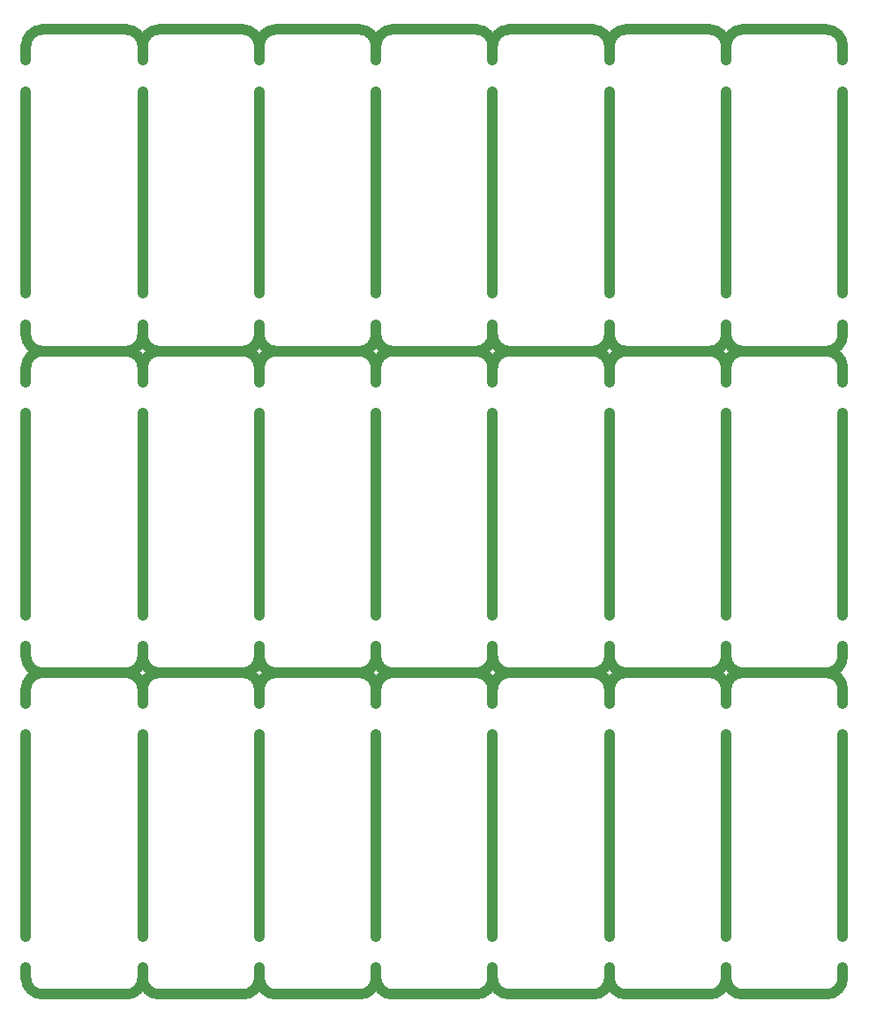
<source format=gbr>
G04 (created by PCBNEW (2013-08-09 BZR 4280)-product) date Fri 09 Aug 2013 07:25:22 PM CEST*
%MOIN*%
G04 Gerber Fmt 3.4, Leading zero omitted, Abs format*
%FSLAX34Y34*%
G01*
G70*
G90*
G04 APERTURE LIST*
%ADD10C,0.005906*%
%ADD11C,0.039370*%
G04 APERTURE END LIST*
G54D10*
G54D11*
X75511Y-58435D02*
G75*
G03X74881Y-59064I0J-629D01*
G74*
G01*
X79291Y-59064D02*
G75*
G03X78661Y-58435I-629J0D01*
G74*
G01*
X78661Y-70580D02*
G75*
G03X79291Y-69950I0J629D01*
G74*
G01*
X74881Y-69950D02*
G75*
G03X75511Y-70580I629J0D01*
G74*
G01*
X74881Y-69576D02*
X74881Y-69950D01*
X79291Y-69576D02*
X79291Y-69950D01*
X75511Y-70580D02*
X78661Y-70580D01*
X74881Y-68395D02*
X74881Y-60777D01*
X79291Y-68395D02*
X79291Y-60777D01*
X79291Y-59596D02*
X79291Y-59064D01*
X78661Y-58435D02*
X75511Y-58435D01*
X74881Y-59596D02*
X74881Y-59064D01*
X75511Y-46289D02*
G75*
G03X74881Y-46919I0J-629D01*
G74*
G01*
X79291Y-46919D02*
G75*
G03X78661Y-46289I-629J0D01*
G74*
G01*
X78661Y-58435D02*
G75*
G03X79291Y-57805I0J629D01*
G74*
G01*
X74881Y-57805D02*
G75*
G03X75511Y-58435I629J0D01*
G74*
G01*
X74881Y-57431D02*
X74881Y-57805D01*
X79291Y-57431D02*
X79291Y-57805D01*
X75511Y-58435D02*
X78661Y-58435D01*
X74881Y-56250D02*
X74881Y-48631D01*
X79291Y-56250D02*
X79291Y-48631D01*
X79291Y-47450D02*
X79291Y-46919D01*
X78661Y-46289D02*
X75511Y-46289D01*
X74881Y-47450D02*
X74881Y-46919D01*
X75511Y-34143D02*
G75*
G03X74881Y-34773I0J-629D01*
G74*
G01*
X79291Y-34773D02*
G75*
G03X78661Y-34143I-629J0D01*
G74*
G01*
X78661Y-46289D02*
G75*
G03X79291Y-45659I0J629D01*
G74*
G01*
X74881Y-45659D02*
G75*
G03X75511Y-46289I629J0D01*
G74*
G01*
X74881Y-45285D02*
X74881Y-45659D01*
X79291Y-45285D02*
X79291Y-45659D01*
X75511Y-46289D02*
X78661Y-46289D01*
X74881Y-44104D02*
X74881Y-36486D01*
X79291Y-44104D02*
X79291Y-36486D01*
X79291Y-35305D02*
X79291Y-34773D01*
X78661Y-34143D02*
X75511Y-34143D01*
X74881Y-35305D02*
X74881Y-34773D01*
X79291Y-35305D02*
X79291Y-34773D01*
X83070Y-34143D02*
X79921Y-34143D01*
X83700Y-35305D02*
X83700Y-34773D01*
X83700Y-44104D02*
X83700Y-36486D01*
X79291Y-44104D02*
X79291Y-36486D01*
X79921Y-46289D02*
X83070Y-46289D01*
X83700Y-45285D02*
X83700Y-45659D01*
X79291Y-45285D02*
X79291Y-45659D01*
X79291Y-45659D02*
G75*
G03X79921Y-46289I629J0D01*
G74*
G01*
X83070Y-46289D02*
G75*
G03X83700Y-45659I0J629D01*
G74*
G01*
X83700Y-34773D02*
G75*
G03X83070Y-34143I-629J0D01*
G74*
G01*
X79921Y-34143D02*
G75*
G03X79291Y-34773I0J-629D01*
G74*
G01*
X79291Y-47450D02*
X79291Y-46919D01*
X83070Y-46289D02*
X79921Y-46289D01*
X83700Y-47450D02*
X83700Y-46919D01*
X83700Y-56250D02*
X83700Y-48631D01*
X79291Y-56250D02*
X79291Y-48631D01*
X79921Y-58435D02*
X83070Y-58435D01*
X83700Y-57431D02*
X83700Y-57805D01*
X79291Y-57431D02*
X79291Y-57805D01*
X79291Y-57805D02*
G75*
G03X79921Y-58435I629J0D01*
G74*
G01*
X83070Y-58435D02*
G75*
G03X83700Y-57805I0J629D01*
G74*
G01*
X83700Y-46919D02*
G75*
G03X83070Y-46289I-629J0D01*
G74*
G01*
X79921Y-46289D02*
G75*
G03X79291Y-46919I0J-629D01*
G74*
G01*
X79291Y-59596D02*
X79291Y-59064D01*
X83070Y-58435D02*
X79921Y-58435D01*
X83700Y-59596D02*
X83700Y-59064D01*
X83700Y-68395D02*
X83700Y-60777D01*
X79291Y-68395D02*
X79291Y-60777D01*
X79921Y-70580D02*
X83070Y-70580D01*
X83700Y-69576D02*
X83700Y-69950D01*
X79291Y-69576D02*
X79291Y-69950D01*
X79291Y-69950D02*
G75*
G03X79921Y-70580I629J0D01*
G74*
G01*
X83070Y-70580D02*
G75*
G03X83700Y-69950I0J629D01*
G74*
G01*
X83700Y-59064D02*
G75*
G03X83070Y-58435I-629J0D01*
G74*
G01*
X79921Y-58435D02*
G75*
G03X79291Y-59064I0J-629D01*
G74*
G01*
X84330Y-58435D02*
G75*
G03X83700Y-59064I0J-629D01*
G74*
G01*
X88110Y-59064D02*
G75*
G03X87480Y-58435I-629J0D01*
G74*
G01*
X87480Y-70580D02*
G75*
G03X88110Y-69950I0J629D01*
G74*
G01*
X83700Y-69950D02*
G75*
G03X84330Y-70580I629J0D01*
G74*
G01*
X83700Y-69576D02*
X83700Y-69950D01*
X88110Y-69576D02*
X88110Y-69950D01*
X84330Y-70580D02*
X87480Y-70580D01*
X83700Y-68395D02*
X83700Y-60777D01*
X88110Y-68395D02*
X88110Y-60777D01*
X88110Y-59596D02*
X88110Y-59064D01*
X87480Y-58435D02*
X84330Y-58435D01*
X83700Y-59596D02*
X83700Y-59064D01*
X84330Y-46289D02*
G75*
G03X83700Y-46919I0J-629D01*
G74*
G01*
X88110Y-46919D02*
G75*
G03X87480Y-46289I-629J0D01*
G74*
G01*
X87480Y-58435D02*
G75*
G03X88110Y-57805I0J629D01*
G74*
G01*
X83700Y-57805D02*
G75*
G03X84330Y-58435I629J0D01*
G74*
G01*
X83700Y-57431D02*
X83700Y-57805D01*
X88110Y-57431D02*
X88110Y-57805D01*
X84330Y-58435D02*
X87480Y-58435D01*
X83700Y-56250D02*
X83700Y-48631D01*
X88110Y-56250D02*
X88110Y-48631D01*
X88110Y-47450D02*
X88110Y-46919D01*
X87480Y-46289D02*
X84330Y-46289D01*
X83700Y-47450D02*
X83700Y-46919D01*
X84330Y-34143D02*
G75*
G03X83700Y-34773I0J-629D01*
G74*
G01*
X88110Y-34773D02*
G75*
G03X87480Y-34143I-629J0D01*
G74*
G01*
X87480Y-46289D02*
G75*
G03X88110Y-45659I0J629D01*
G74*
G01*
X83700Y-45659D02*
G75*
G03X84330Y-46289I629J0D01*
G74*
G01*
X83700Y-45285D02*
X83700Y-45659D01*
X88110Y-45285D02*
X88110Y-45659D01*
X84330Y-46289D02*
X87480Y-46289D01*
X83700Y-44104D02*
X83700Y-36486D01*
X88110Y-44104D02*
X88110Y-36486D01*
X88110Y-35305D02*
X88110Y-34773D01*
X87480Y-34143D02*
X84330Y-34143D01*
X83700Y-35305D02*
X83700Y-34773D01*
X92519Y-35305D02*
X92519Y-34773D01*
X96299Y-34143D02*
X93149Y-34143D01*
X96929Y-35305D02*
X96929Y-34773D01*
X96929Y-44104D02*
X96929Y-36486D01*
X92519Y-44104D02*
X92519Y-36486D01*
X93149Y-46289D02*
X96299Y-46289D01*
X96929Y-45285D02*
X96929Y-45659D01*
X92519Y-45285D02*
X92519Y-45659D01*
X92519Y-45659D02*
G75*
G03X93149Y-46289I629J0D01*
G74*
G01*
X96299Y-46289D02*
G75*
G03X96929Y-45659I0J629D01*
G74*
G01*
X96929Y-34773D02*
G75*
G03X96299Y-34143I-629J0D01*
G74*
G01*
X93149Y-34143D02*
G75*
G03X92519Y-34773I0J-629D01*
G74*
G01*
X92519Y-47450D02*
X92519Y-46919D01*
X96299Y-46289D02*
X93149Y-46289D01*
X96929Y-47450D02*
X96929Y-46919D01*
X96929Y-56250D02*
X96929Y-48631D01*
X92519Y-56250D02*
X92519Y-48631D01*
X93149Y-58435D02*
X96299Y-58435D01*
X96929Y-57431D02*
X96929Y-57805D01*
X92519Y-57431D02*
X92519Y-57805D01*
X92519Y-57805D02*
G75*
G03X93149Y-58435I629J0D01*
G74*
G01*
X96299Y-58435D02*
G75*
G03X96929Y-57805I0J629D01*
G74*
G01*
X96929Y-46919D02*
G75*
G03X96299Y-46289I-629J0D01*
G74*
G01*
X93149Y-46289D02*
G75*
G03X92519Y-46919I0J-629D01*
G74*
G01*
X92519Y-59596D02*
X92519Y-59064D01*
X96299Y-58435D02*
X93149Y-58435D01*
X96929Y-59596D02*
X96929Y-59064D01*
X96929Y-68395D02*
X96929Y-60777D01*
X92519Y-68395D02*
X92519Y-60777D01*
X93149Y-70580D02*
X96299Y-70580D01*
X96929Y-69576D02*
X96929Y-69950D01*
X92519Y-69576D02*
X92519Y-69950D01*
X92519Y-69950D02*
G75*
G03X93149Y-70580I629J0D01*
G74*
G01*
X96299Y-70580D02*
G75*
G03X96929Y-69950I0J629D01*
G74*
G01*
X96929Y-59064D02*
G75*
G03X96299Y-58435I-629J0D01*
G74*
G01*
X93149Y-58435D02*
G75*
G03X92519Y-59064I0J-629D01*
G74*
G01*
X88740Y-58435D02*
G75*
G03X88110Y-59064I0J-629D01*
G74*
G01*
X92519Y-59064D02*
G75*
G03X91889Y-58435I-629J0D01*
G74*
G01*
X91889Y-70580D02*
G75*
G03X92519Y-69950I0J629D01*
G74*
G01*
X88110Y-69950D02*
G75*
G03X88740Y-70580I629J0D01*
G74*
G01*
X88110Y-69576D02*
X88110Y-69950D01*
X92519Y-69576D02*
X92519Y-69950D01*
X88740Y-70580D02*
X91889Y-70580D01*
X88110Y-68395D02*
X88110Y-60777D01*
X92519Y-68395D02*
X92519Y-60777D01*
X92519Y-59596D02*
X92519Y-59064D01*
X91889Y-58435D02*
X88740Y-58435D01*
X88110Y-59596D02*
X88110Y-59064D01*
X88740Y-46289D02*
G75*
G03X88110Y-46919I0J-629D01*
G74*
G01*
X92519Y-46919D02*
G75*
G03X91889Y-46289I-629J0D01*
G74*
G01*
X91889Y-58435D02*
G75*
G03X92519Y-57805I0J629D01*
G74*
G01*
X88110Y-57805D02*
G75*
G03X88740Y-58435I629J0D01*
G74*
G01*
X88110Y-57431D02*
X88110Y-57805D01*
X92519Y-57431D02*
X92519Y-57805D01*
X88740Y-58435D02*
X91889Y-58435D01*
X88110Y-56250D02*
X88110Y-48631D01*
X92519Y-56250D02*
X92519Y-48631D01*
X92519Y-47450D02*
X92519Y-46919D01*
X91889Y-46289D02*
X88740Y-46289D01*
X88110Y-47450D02*
X88110Y-46919D01*
X88740Y-34143D02*
G75*
G03X88110Y-34773I0J-629D01*
G74*
G01*
X92519Y-34773D02*
G75*
G03X91889Y-34143I-629J0D01*
G74*
G01*
X91889Y-46289D02*
G75*
G03X92519Y-45659I0J629D01*
G74*
G01*
X88110Y-45659D02*
G75*
G03X88740Y-46289I629J0D01*
G74*
G01*
X88110Y-45285D02*
X88110Y-45659D01*
X92519Y-45285D02*
X92519Y-45659D01*
X88740Y-46289D02*
X91889Y-46289D01*
X88110Y-44104D02*
X88110Y-36486D01*
X92519Y-44104D02*
X92519Y-36486D01*
X92519Y-35305D02*
X92519Y-34773D01*
X91889Y-34143D02*
X88740Y-34143D01*
X88110Y-35305D02*
X88110Y-34773D01*
X96929Y-35305D02*
X96929Y-34773D01*
X100708Y-34143D02*
X97559Y-34143D01*
X101338Y-35305D02*
X101338Y-34773D01*
X101338Y-44104D02*
X101338Y-36486D01*
X96929Y-44104D02*
X96929Y-36486D01*
X97559Y-46289D02*
X100708Y-46289D01*
X101338Y-45285D02*
X101338Y-45659D01*
X96929Y-45285D02*
X96929Y-45659D01*
X96929Y-45659D02*
G75*
G03X97559Y-46289I629J0D01*
G74*
G01*
X100708Y-46289D02*
G75*
G03X101338Y-45659I0J629D01*
G74*
G01*
X101338Y-34773D02*
G75*
G03X100708Y-34143I-629J0D01*
G74*
G01*
X97559Y-34143D02*
G75*
G03X96929Y-34773I0J-629D01*
G74*
G01*
X96929Y-47450D02*
X96929Y-46919D01*
X100708Y-46289D02*
X97559Y-46289D01*
X101338Y-47450D02*
X101338Y-46919D01*
X101338Y-56250D02*
X101338Y-48631D01*
X96929Y-56250D02*
X96929Y-48631D01*
X97559Y-58435D02*
X100708Y-58435D01*
X101338Y-57431D02*
X101338Y-57805D01*
X96929Y-57431D02*
X96929Y-57805D01*
X96929Y-57805D02*
G75*
G03X97559Y-58435I629J0D01*
G74*
G01*
X100708Y-58435D02*
G75*
G03X101338Y-57805I0J629D01*
G74*
G01*
X101338Y-46919D02*
G75*
G03X100708Y-46289I-629J0D01*
G74*
G01*
X97559Y-46289D02*
G75*
G03X96929Y-46919I0J-629D01*
G74*
G01*
X96929Y-59596D02*
X96929Y-59064D01*
X100708Y-58435D02*
X97559Y-58435D01*
X101338Y-59596D02*
X101338Y-59064D01*
X101338Y-68395D02*
X101338Y-60777D01*
X96929Y-68395D02*
X96929Y-60777D01*
X97559Y-70580D02*
X100708Y-70580D01*
X101338Y-69576D02*
X101338Y-69950D01*
X96929Y-69576D02*
X96929Y-69950D01*
X96929Y-69950D02*
G75*
G03X97559Y-70580I629J0D01*
G74*
G01*
X100708Y-70580D02*
G75*
G03X101338Y-69950I0J629D01*
G74*
G01*
X101338Y-59064D02*
G75*
G03X100708Y-58435I-629J0D01*
G74*
G01*
X97559Y-58435D02*
G75*
G03X96929Y-59064I0J-629D01*
G74*
G01*
X101968Y-58435D02*
G75*
G03X101338Y-59064I0J-629D01*
G74*
G01*
X105748Y-59064D02*
G75*
G03X105118Y-58435I-629J0D01*
G74*
G01*
X105118Y-70580D02*
G75*
G03X105748Y-69950I0J629D01*
G74*
G01*
X101338Y-69950D02*
G75*
G03X101968Y-70580I629J0D01*
G74*
G01*
X101338Y-69576D02*
X101338Y-69950D01*
X105748Y-69576D02*
X105748Y-69950D01*
X101968Y-70580D02*
X105118Y-70580D01*
X101338Y-68395D02*
X101338Y-60777D01*
X105748Y-68395D02*
X105748Y-60777D01*
X105748Y-59596D02*
X105748Y-59064D01*
X105118Y-58435D02*
X101968Y-58435D01*
X101338Y-59596D02*
X101338Y-59064D01*
X101968Y-46289D02*
G75*
G03X101338Y-46919I0J-629D01*
G74*
G01*
X105748Y-46919D02*
G75*
G03X105118Y-46289I-629J0D01*
G74*
G01*
X105118Y-58435D02*
G75*
G03X105748Y-57805I0J629D01*
G74*
G01*
X101338Y-57805D02*
G75*
G03X101968Y-58435I629J0D01*
G74*
G01*
X101338Y-57431D02*
X101338Y-57805D01*
X105748Y-57431D02*
X105748Y-57805D01*
X101968Y-58435D02*
X105118Y-58435D01*
X101338Y-56250D02*
X101338Y-48631D01*
X105748Y-56250D02*
X105748Y-48631D01*
X105748Y-47450D02*
X105748Y-46919D01*
X105118Y-46289D02*
X101968Y-46289D01*
X101338Y-47450D02*
X101338Y-46919D01*
X101968Y-34143D02*
G75*
G03X101338Y-34773I0J-629D01*
G74*
G01*
X105748Y-34773D02*
G75*
G03X105118Y-34143I-629J0D01*
G74*
G01*
X105118Y-46289D02*
G75*
G03X105748Y-45659I0J629D01*
G74*
G01*
X101338Y-45659D02*
G75*
G03X101968Y-46289I629J0D01*
G74*
G01*
X101338Y-45285D02*
X101338Y-45659D01*
X105748Y-45285D02*
X105748Y-45659D01*
X101968Y-46289D02*
X105118Y-46289D01*
X101338Y-44104D02*
X101338Y-36486D01*
X105748Y-44104D02*
X105748Y-36486D01*
X105748Y-35305D02*
X105748Y-34773D01*
X105118Y-34143D02*
X101968Y-34143D01*
X101338Y-35305D02*
X101338Y-34773D01*
X74881Y-60777D02*
X74881Y-60777D01*
X74881Y-59596D02*
X74881Y-59596D01*
X74881Y-69576D02*
X74881Y-69576D01*
X74881Y-68395D02*
X74881Y-68395D01*
X74881Y-48631D02*
X74881Y-48631D01*
X74881Y-47450D02*
X74881Y-47450D01*
X74881Y-57431D02*
X74881Y-57431D01*
X74881Y-56250D02*
X74881Y-56250D01*
X74881Y-36486D02*
X74881Y-36486D01*
X74881Y-35305D02*
X74881Y-35305D01*
X74881Y-45285D02*
X74881Y-45285D01*
X74881Y-44104D02*
X74881Y-44104D01*
X79291Y-45285D02*
X79291Y-45285D01*
X79291Y-44104D02*
X79291Y-44104D01*
X79291Y-36486D02*
X79291Y-36486D01*
X79291Y-35305D02*
X79291Y-35305D01*
X79291Y-57431D02*
X79291Y-57431D01*
X79291Y-56250D02*
X79291Y-56250D01*
X79291Y-48631D02*
X79291Y-48631D01*
X79291Y-47450D02*
X79291Y-47450D01*
X79291Y-69576D02*
X79291Y-69576D01*
X79291Y-68395D02*
X79291Y-68395D01*
X79291Y-60777D02*
X79291Y-60777D01*
X79291Y-59596D02*
X79291Y-59596D01*
X83700Y-60777D02*
X83700Y-60777D01*
X83700Y-59596D02*
X83700Y-59596D01*
X83700Y-69576D02*
X83700Y-69576D01*
X83700Y-68395D02*
X83700Y-68395D01*
X83700Y-48631D02*
X83700Y-48631D01*
X83700Y-47450D02*
X83700Y-47450D01*
X83700Y-57431D02*
X83700Y-57431D01*
X83700Y-56250D02*
X83700Y-56250D01*
X83700Y-36486D02*
X83700Y-36486D01*
X83700Y-35305D02*
X83700Y-35305D01*
X83700Y-45285D02*
X83700Y-45285D01*
X83700Y-44104D02*
X83700Y-44104D01*
X96929Y-45285D02*
X96929Y-45285D01*
X96929Y-44104D02*
X96929Y-44104D01*
X96929Y-48631D02*
X96929Y-48631D01*
X96929Y-47450D02*
X96929Y-47450D01*
X92519Y-60777D02*
X92519Y-60777D01*
X92519Y-59596D02*
X92519Y-59596D01*
X88110Y-60777D02*
X88110Y-60777D01*
X88110Y-59596D02*
X88110Y-59596D01*
X92519Y-69576D02*
X92519Y-69576D01*
X92519Y-68395D02*
X92519Y-68395D01*
X88110Y-69576D02*
X88110Y-69576D01*
X88110Y-68395D02*
X88110Y-68395D01*
X92519Y-48631D02*
X92519Y-48631D01*
X92519Y-47450D02*
X92519Y-47450D01*
X88110Y-48631D02*
X88110Y-48631D01*
X88110Y-47450D02*
X88110Y-47450D01*
X92519Y-57431D02*
X92519Y-57431D01*
X92519Y-56250D02*
X92519Y-56250D01*
X88110Y-57431D02*
X88110Y-57431D01*
X88110Y-56250D02*
X88110Y-56250D01*
X92519Y-36486D02*
X92519Y-36486D01*
X92519Y-35305D02*
X92519Y-35305D01*
X88110Y-36486D02*
X88110Y-36486D01*
X88110Y-35305D02*
X88110Y-35305D01*
X92519Y-45285D02*
X92519Y-45285D01*
X92519Y-44104D02*
X92519Y-44104D01*
X88110Y-45285D02*
X88110Y-45285D01*
X88110Y-44104D02*
X88110Y-44104D01*
X96929Y-45285D02*
X96929Y-45285D01*
X96929Y-44104D02*
X96929Y-44104D01*
X101338Y-45285D02*
X101338Y-45285D01*
X101338Y-44104D02*
X101338Y-44104D01*
X96929Y-36486D02*
X96929Y-36486D01*
X96929Y-35305D02*
X96929Y-35305D01*
X96929Y-57431D02*
X96929Y-57431D01*
X96929Y-56250D02*
X96929Y-56250D01*
X96929Y-48631D02*
X96929Y-48631D01*
X96929Y-47450D02*
X96929Y-47450D01*
X101338Y-48631D02*
X101338Y-48631D01*
X101338Y-47450D02*
X101338Y-47450D01*
X96929Y-69576D02*
X96929Y-69576D01*
X96929Y-68395D02*
X96929Y-68395D01*
X96929Y-60777D02*
X96929Y-60777D01*
X96929Y-59596D02*
X96929Y-59596D01*
X105748Y-60777D02*
X105748Y-60777D01*
X105748Y-59596D02*
X105748Y-59596D01*
X101338Y-60777D02*
X101338Y-60777D01*
X101338Y-59596D02*
X101338Y-59596D01*
X105748Y-69576D02*
X105748Y-69576D01*
X105748Y-68395D02*
X105748Y-68395D01*
X101338Y-69576D02*
X101338Y-69576D01*
X101338Y-68395D02*
X101338Y-68395D01*
X105748Y-48631D02*
X105748Y-48631D01*
X105748Y-47450D02*
X105748Y-47450D01*
X101338Y-48631D02*
X101338Y-48631D01*
X101338Y-47450D02*
X101338Y-47450D01*
X105748Y-57431D02*
X105748Y-57431D01*
X105748Y-56250D02*
X105748Y-56250D01*
X101338Y-57431D02*
X101338Y-57431D01*
X101338Y-56250D02*
X101338Y-56250D01*
X105748Y-36486D02*
X105748Y-36486D01*
X105748Y-35305D02*
X105748Y-35305D01*
X101338Y-36486D02*
X101338Y-36486D01*
X101338Y-35305D02*
X101338Y-35305D01*
X105748Y-45285D02*
X105748Y-45285D01*
X105748Y-44104D02*
X105748Y-44104D01*
X101338Y-45285D02*
X101338Y-45285D01*
X101338Y-44104D02*
X101338Y-44104D01*
M02*

</source>
